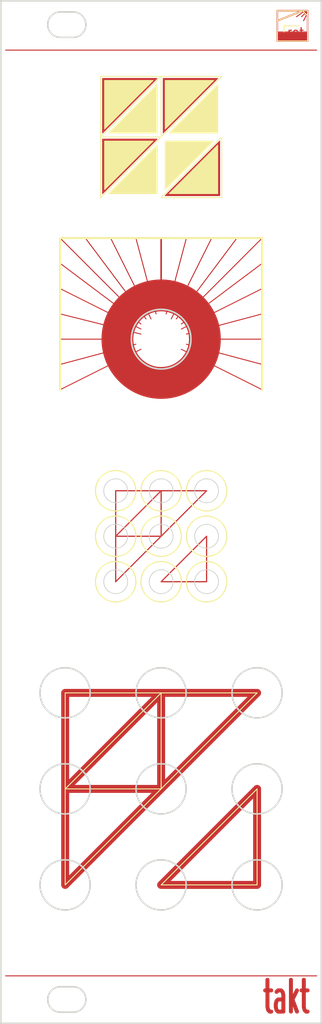
<source format=kicad_pcb>
(kicad_pcb (version 20171130) (host pcbnew "(5.1.2)-1")

  (general
    (thickness 1.6)
    (drawings 274)
    (tracks 0)
    (zones 0)
    (modules 0)
    (nets 1)
  )

  (page A4)
  (layers
    (0 F.Cu signal)
    (31 B.Cu signal)
    (32 B.Adhes user)
    (33 F.Adhes user)
    (34 B.Paste user)
    (35 F.Paste user)
    (36 B.SilkS user)
    (37 F.SilkS user)
    (38 B.Mask user hide)
    (39 F.Mask user)
    (40 Dwgs.User user)
    (41 Cmts.User user)
    (42 Eco1.User user)
    (43 Eco2.User user)
    (44 Edge.Cuts user)
    (45 Margin user)
    (46 B.CrtYd user)
    (47 F.CrtYd user)
    (48 B.Fab user)
    (49 F.Fab user)
  )

  (setup
    (last_trace_width 0.25)
    (trace_clearance 0.2)
    (zone_clearance 0.508)
    (zone_45_only no)
    (trace_min 0.2)
    (via_size 0.8)
    (via_drill 0.4)
    (via_min_size 0.4)
    (via_min_drill 0.3)
    (uvia_size 0.3)
    (uvia_drill 0.1)
    (uvias_allowed no)
    (uvia_min_size 0.2)
    (uvia_min_drill 0.1)
    (edge_width 0.05)
    (segment_width 0.2)
    (pcb_text_width 0.3)
    (pcb_text_size 1.5 1.5)
    (mod_edge_width 0.12)
    (mod_text_size 1 1)
    (mod_text_width 0.15)
    (pad_size 1.524 1.524)
    (pad_drill 0.762)
    (pad_to_mask_clearance 0.051)
    (solder_mask_min_width 0.25)
    (aux_axis_origin 0 0)
    (visible_elements 7FFFFFFF)
    (pcbplotparams
      (layerselection 0x010e0_7fffffff)
      (usegerberextensions false)
      (usegerberattributes false)
      (usegerberadvancedattributes false)
      (creategerberjobfile false)
      (excludeedgelayer true)
      (linewidth 0.100000)
      (plotframeref false)
      (viasonmask false)
      (mode 1)
      (useauxorigin false)
      (hpglpennumber 1)
      (hpglpenspeed 20)
      (hpglpendiameter 15.000000)
      (psnegative false)
      (psa4output false)
      (plotreference true)
      (plotvalue true)
      (plotinvisibletext false)
      (padsonsilk false)
      (subtractmaskfromsilk false)
      (outputformat 1)
      (mirror false)
      (drillshape 0)
      (scaleselection 1)
      (outputdirectory "grb/"))
  )

  (net 0 "")

  (net_class Default "This is the default net class."
    (clearance 0.2)
    (trace_width 0.25)
    (via_dia 0.8)
    (via_drill 0.4)
    (uvia_dia 0.3)
    (uvia_drill 0.1)
  )

  (gr_arc (start 127 120.015) (end 130.809999 126.999999) (angle -32.77908067) (layer F.Mask) (width 0.15))
  (gr_arc (start 127 120.015) (end 120.015001 123.824999) (angle -32.77908067) (layer F.Mask) (width 0.15))
  (gr_arc (start 127 120.015) (end 123.190001 113.030001) (angle -32.77908067) (layer F.Mask) (width 0.15))
  (gr_arc (start 127 120.015) (end 130.174999 126.364999) (angle -36.86989765) (layer F.Mask) (width 0.15))
  (gr_arc (start 127 120.015) (end 120.650001 123.189999) (angle -36.86989765) (layer F.Mask) (width 0.15))
  (gr_arc (start 127 120.015) (end 124.460001 113.665001) (angle -46.39718103) (layer F.Mask) (width 0.15))
  (gr_arc (start 127 120.015) (end 135.889999 114.300001) (angle -24.52954746) (layer F.Mask) (width 0.15))
  (gr_arc (start 127 120.015) (end 134.619999 114.935001) (angle -22.61986495) (layer F.Mask) (width 0.15))
  (gr_arc (start 127 120.015) (end 133.984999 116.205001) (angle -32.77908067) (layer F.Mask) (width 0.15))
  (gr_arc (start 127 120.015) (end 133.349999 117.475001) (angle -46.39718103) (layer F.Mask) (width 0.15))
  (gr_circle (center 114.935 120.015) (end 109.22 120.015) (layer F.Mask) (width 0.15))
  (gr_circle (center 114.935 120.015) (end 110.49 120.015) (layer F.Mask) (width 0.15))
  (gr_circle (center 114.935 132.08) (end 120.65 132.08) (layer F.Mask) (width 0.15))
  (gr_circle (center 114.935 132.08) (end 119.38 132.08) (layer F.Mask) (width 0.15))
  (gr_circle (center 127 132.08) (end 127 126.365) (layer F.Mask) (width 0.15))
  (gr_circle (center 127 132.08) (end 126.365 127.635) (layer F.Mask) (width 0.15))
  (gr_circle (center 139.065 132.08) (end 139.065 126.365) (layer F.Mask) (width 0.15))
  (gr_circle (center 139.065 132.08) (end 143.51 132.08) (layer F.Mask) (width 0.15))
  (gr_circle (center 127 120.015) (end 132.715 120.015) (layer F.Mask) (width 0.15))
  (gr_circle (center 127 120.015) (end 131.445 120.015) (layer F.Mask) (width 0.15))
  (gr_circle (center 114.935 107.95) (end 120.65 107.95) (layer F.Mask) (width 0.15))
  (gr_circle (center 114.935 107.95) (end 119.38 107.95) (layer F.Mask) (width 0.15))
  (gr_circle (center 127 107.95) (end 132.715 107.315) (layer F.Mask) (width 0.15))
  (gr_circle (center 127 107.95) (end 131.445 107.95) (layer F.Mask) (width 0.15))
  (gr_circle (center 139.065 107.95) (end 139.065 113.665) (layer F.Mask) (width 0.15))
  (gr_circle (center 139.065 107.95) (end 139.065 112.395) (layer F.Mask) (width 0.15))
  (gr_circle (center 139.065 120.015) (end 144.78 120.015) (layer F.Mask) (width 0.15))
  (gr_circle (center 139.065 120.015) (end 143.51 120.015) (layer F.Mask) (width 0.15))
  (gr_line (start 139.065 120.015) (end 127 132.08) (layer F.SilkS) (width 0.12) (tstamp 5CD346BD))
  (gr_line (start 139.065 132.08) (end 139.065 120.015) (layer F.SilkS) (width 0.12))
  (gr_line (start 127 132.08) (end 139.065 132.08) (layer F.SilkS) (width 0.12))
  (gr_line (start 114.935 120.015) (end 127 107.95) (layer F.SilkS) (width 0.12) (tstamp 5CD346AB))
  (gr_line (start 127 120.015) (end 114.935 120.015) (layer F.SilkS) (width 0.12))
  (gr_line (start 127 107.95) (end 127 120.015) (layer F.SilkS) (width 0.12))
  (gr_line (start 114.935 132.08) (end 139.065 107.95) (layer F.SilkS) (width 0.12) (tstamp 5CD346A1))
  (gr_line (start 114.935 107.95) (end 114.935 132.08) (layer F.SilkS) (width 0.12))
  (gr_line (start 139.065 107.95) (end 114.935 107.95) (layer F.SilkS) (width 0.12))
  (gr_circle (center 132.715 93.98) (end 135.255 93.98) (layer F.SilkS) (width 0.15) (tstamp 5CD34648))
  (gr_circle (center 127 93.98) (end 129.54 93.98) (layer F.SilkS) (width 0.15) (tstamp 5CD34648))
  (gr_circle (center 121.285 93.98) (end 123.825 93.98) (layer F.SilkS) (width 0.15) (tstamp 5CD34648))
  (gr_circle (center 121.285 88.265) (end 123.825 88.265) (layer F.SilkS) (width 0.15) (tstamp 5CD34648))
  (gr_circle (center 127 88.265) (end 129.54 88.265) (layer F.SilkS) (width 0.15) (tstamp 5CD34648))
  (gr_circle (center 132.715 88.265) (end 135.255 88.265) (layer F.SilkS) (width 0.15) (tstamp 5CD34648))
  (gr_circle (center 132.715 82.55) (end 135.255 82.55) (layer F.SilkS) (width 0.15) (tstamp 5CD34648))
  (gr_circle (center 127 82.55) (end 129.54 82.55) (layer F.SilkS) (width 0.15) (tstamp 5CD34648))
  (gr_arc (start 127 88.265) (end 121.920001 98.424999) (angle -53.13010235) (layer F.Mask) (width 0.15))
  (gr_arc (start 127 88.265) (end 123.190001 97.789999) (angle -43.60281897) (layer F.Mask) (width 0.15))
  (gr_arc (start 127 88.265) (end 116.840001 83.185001) (angle -53.13010235) (layer F.Mask) (width 0.15))
  (gr_arc (start 127 88.265) (end 117.475001 84.455001) (angle -43.60281897) (layer F.Mask) (width 0.15))
  (gr_arc (start 127 88.265) (end 132.079999 78.105001) (angle -53.13010235) (layer F.Mask) (width 0.15))
  (gr_arc (start 127 88.265) (end 130.809999 78.740001) (angle -43.60281897) (layer F.Mask) (width 0.15))
  (gr_arc (start 127 93.98) (end 125.730001 97.154999) (angle -43.60281897) (layer F.Mask) (width 0.15))
  (gr_arc (start 127 93.98) (end 124.460001 97.154999) (angle -77.31961651) (layer F.Mask) (width 0.15))
  (gr_arc (start 121.285 93.98) (end 118.110001 92.710001) (angle -133.602819) (layer F.Mask) (width 0.15))
  (gr_arc (start 121.285 93.98) (end 118.110001 91.440001) (angle -167.3196165) (layer F.Mask) (width 0.15))
  (gr_arc (start 121.285 88.265) (end 118.110001 86.995001) (angle -43.60281897) (layer F.Mask) (width 0.15))
  (gr_arc (start 121.285 88.265) (end 118.110001 85.725001) (angle -77.31961651) (layer F.Mask) (width 0.15))
  (gr_arc (start 121.285 82.55) (end 122.554999 79.375001) (angle -133.602819) (layer F.Mask) (width 0.15))
  (gr_arc (start 121.285 82.55) (end 123.824999 79.375001) (angle -167.3196165) (layer F.Mask) (width 0.15))
  (gr_arc (start 127 82.55) (end 128.269999 79.375001) (angle -43.60281897) (layer F.Mask) (width 0.15))
  (gr_arc (start 127 82.55) (end 129.539999 79.375001) (angle -77.31961651) (layer F.Mask) (width 0.15))
  (gr_arc (start 127 88.265) (end 137.159999 93.344999) (angle -53.13010235) (layer F.Mask) (width 0.15))
  (gr_arc (start 127 88.265) (end 136.524999 92.074999) (angle -43.60281897) (layer F.Mask) (width 0.15))
  (gr_arc (start 132.715 82.55) (end 135.889999 83.819999) (angle -133.602819) (layer F.Mask) (width 0.15))
  (gr_arc (start 132.715 82.55) (end 135.889999 85.089999) (angle -167.3196165) (layer F.Mask) (width 0.15))
  (gr_arc (start 132.715 88.265) (end 135.889999 89.534999) (angle -43.60281897) (layer F.Mask) (width 0.15))
  (gr_arc (start 132.715 88.265) (end 135.889999 90.804999) (angle -77.31961651) (layer F.Mask) (width 0.15))
  (gr_arc (start 132.715 93.98) (end 130.175001 97.154999) (angle -167.3196165) (layer F.Mask) (width 0.15))
  (gr_arc (start 132.715 93.98) (end 131.445001 97.154999) (angle -133.602819) (layer F.Mask) (width 0.15))
  (gr_arc (start 121.285 93.98) (end 118.745 93.98) (angle -90) (layer F.Mask) (width 0.15))
  (gr_arc (start 132.715 93.98) (end 132.715 96.52) (angle -90) (layer F.Mask) (width 0.15))
  (gr_arc (start 132.715 82.55) (end 135.255 82.55) (angle -90) (layer F.Mask) (width 0.15))
  (gr_arc (start 121.285 82.55) (end 121.285 80.01) (angle -90) (layer F.Mask) (width 0.15))
  (gr_circle (center 121.285 82.55) (end 123.825 82.55) (layer F.SilkS) (width 0.15) (tstamp 5CD342AB))
  (gr_line (start 118.745 82.55) (end 118.745 93.98) (layer F.Mask) (width 0.15))
  (gr_line (start 132.715 80.01) (end 121.285 80.01) (layer F.Mask) (width 0.15) (tstamp 5CD3418F))
  (gr_line (start 135.255 93.98) (end 135.255 82.55) (layer F.Mask) (width 0.15) (tstamp 5CD3418B))
  (gr_line (start 121.285 96.52) (end 132.715 96.52) (layer F.Mask) (width 0.15) (tstamp 5CD34188))
  (gr_line (start 114.338219 25.58) (end 115.950999 25.581999) (layer Edge.Cuts) (width 0.2) (tstamp 5CD33F43))
  (gr_arc (start 115.938219 23.98) (end 115.950999 25.581999) (angle -179.5) (layer Edge.Cuts) (width 0.2) (tstamp 5CD33F13))
  (gr_line (start 114.338219 22.38) (end 115.938219 22.3816) (layer Edge.Cuts) (width 0.2) (tstamp 5CD33F12))
  (gr_arc (start 114.338219 23.98) (end 114.338219 22.38) (angle -180) (layer Edge.Cuts) (width 0.2) (tstamp 5CD33F10))
  (gr_arc (start 115.938219 146.48) (end 115.950999 148.081999) (angle -179.5) (layer Edge.Cuts) (width 0.2))
  (gr_line (start 114.338219 144.88) (end 115.938219 144.8816) (layer Edge.Cuts) (width 0.2))
  (gr_line (start 114.338219 148.08) (end 115.951 148.082) (layer Edge.Cuts) (width 0.2))
  (gr_arc (start 114.338219 146.48) (end 114.338219 144.88) (angle -180) (layer Edge.Cuts) (width 0.2))
  (gr_line (start 107.442 143.51) (end 146.558 143.51) (layer F.Cu) (width 0.12) (tstamp 5CD290E2))
  (gr_line (start 107.442 143.51) (end 146.558 143.51) (layer F.Mask) (width 0.12) (tstamp 5CD290E1))
  (gr_line (start 107.442 27.178) (end 146.558 27.178) (layer F.Mask) (width 0.12) (tstamp 5CD290D5))
  (gr_line (start 107.442 27.178) (end 146.558 27.178) (layer F.Cu) (width 0.12))
  (gr_poly (pts (xy 134.112 38.354) (xy 127.254 38.354) (xy 127.254 45.212)) (layer F.Mask) (width 0.1) (tstamp 5CD2905F))
  (gr_poly (pts (xy 127.508 37.846) (xy 134.366 37.846) (xy 134.366 30.988)) (layer F.Mask) (width 0.1) (tstamp 5CD2905F))
  (gr_poly (pts (xy 119.888 45.466) (xy 126.746 45.466) (xy 126.746 38.608)) (layer F.Mask) (width 0.1) (tstamp 5CD2905F))
  (gr_poly (pts (xy 134.112 37.592) (xy 134.112 31.496) (xy 128.016 37.592)) (layer F.SilkS) (width 0.1) (tstamp 5CD28F9E))
  (gr_poly (pts (xy 126.492 45.212) (xy 126.492 39.116) (xy 120.396 45.212)) (layer F.SilkS) (width 0.1) (tstamp 5CD28F9E))
  (gr_poly (pts (xy 127.508 38.608) (xy 127.508 44.704) (xy 133.604 38.608)) (layer F.SilkS) (width 0.1) (tstamp 5CD28F9E))
  (gr_poly (pts (xy 134.112 45.212) (xy 134.112 39.116) (xy 128.016 45.212)) (layer F.SilkS) (width 0.1) (tstamp 5CD28F9E))
  (gr_poly (pts (xy 126.492 37.592) (xy 126.492 31.496) (xy 120.396 37.592)) (layer F.SilkS) (width 0.1) (tstamp 5CD28F9E))
  (gr_poly (pts (xy 119.888 38.608) (xy 119.888 44.704) (xy 125.984 38.608)) (layer F.SilkS) (width 0.1) (tstamp 5CD28F9E))
  (gr_poly (pts (xy 119.888 30.988) (xy 119.888 37.084) (xy 125.984 30.988)) (layer F.SilkS) (width 0.1) (tstamp 5CD28F9E))
  (gr_poly (pts (xy 127.508 30.988) (xy 127.508 37.084) (xy 133.604 30.988)) (layer F.SilkS) (width 0.1))
  (gr_poly (pts (xy 134.366 45.466) (xy 134.366 38.608) (xy 127.508 45.466)) (layer F.Cu) (width 0.1) (tstamp 5CD28DFF))
  (gr_poly (pts (xy 127.254 30.734) (xy 127.254 37.592) (xy 134.112 30.734)) (layer F.Mask) (width 0.1) (tstamp 5CD28DFF))
  (gr_poly (pts (xy 119.634 30.734) (xy 119.634 37.592) (xy 126.492 30.734)) (layer F.Mask) (width 0.1) (tstamp 5CD28DFF))
  (gr_poly (pts (xy 119.634 38.354) (xy 119.634 45.212) (xy 126.492 38.354)) (layer F.Mask) (width 0.1) (tstamp 5CD28DFF))
  (gr_poly (pts (xy 134.366 38.608) (xy 134.366 45.466) (xy 127.508 45.466)) (layer F.Mask) (width 0.1))
  (gr_poly (pts (xy 127.254 37.592) (xy 127.254 30.734) (xy 134.112 30.734)) (layer F.Cu) (width 0.1))
  (gr_poly (pts (xy 119.634 38.354) (xy 119.634 45.212) (xy 126.492 38.354)) (layer F.Cu) (width 0.1))
  (gr_poly (pts (xy 119.888 37.846) (xy 126.746 37.846) (xy 126.746 30.988)) (layer F.Mask) (width 0.1))
  (gr_poly (pts (xy 119.634 37.592) (xy 126.492 30.734) (xy 119.634 30.734)) (layer F.Cu) (width 0.1))
  (gr_line (start 127 30.48) (end 127 38.1) (layer F.SilkS) (width 0.12) (tstamp 5CD28D2A))
  (gr_line (start 119.38 38.1) (end 127 30.48) (layer F.SilkS) (width 0.12))
  (gr_line (start 127 38.1) (end 119.38 38.1) (layer F.SilkS) (width 0.12))
  (gr_line (start 134.62 30.48) (end 119.38 45.72) (layer F.SilkS) (width 0.12) (tstamp 5CD28D1B))
  (gr_line (start 119.38 30.48) (end 134.62 30.48) (layer F.SilkS) (width 0.12))
  (gr_line (start 119.38 45.72) (end 119.38 30.48) (layer F.SilkS) (width 0.12))
  (gr_line (start 134.62 38.1) (end 127 45.72) (layer F.SilkS) (width 0.12) (tstamp 5CD28CF6))
  (gr_line (start 134.62 45.72) (end 134.62 38.1) (layer F.SilkS) (width 0.12))
  (gr_line (start 127 45.72) (end 134.62 45.72) (layer F.SilkS) (width 0.12))
  (gr_text takt (at 142.6845 146.1135) (layer F.Mask) (tstamp 5CD2099C)
    (effects (font (size 4 2) (thickness 0.3)))
  )
  (gr_text takt (at 142.748 146.177) (layer F.Cu)
    (effects (font (size 4 2) (thickness 0.5)))
  )
  (gr_line (start 142.367 25.654) (end 142.4305 24.892) (layer F.Mask) (width 0.12))
  (gr_text rot (at 143.891 24.892) (layer F.Mask) (tstamp 5CD2096E)
    (effects (font (size 1 1) (thickness 0.15)))
  )
  (gr_line (start 142.621 24.13) (end 144.399 24.13) (layer F.SilkS) (width 0.12) (tstamp 5CD20911))
  (gr_line (start 142.494 24.003) (end 142.4305 24.892) (layer F.SilkS) (width 0.12) (tstamp 5CD20910))
  (gr_line (start 142.494 24.003) (end 142.621 24.13) (layer F.SilkS) (width 0.12) (tstamp 5CD2090F))
  (gr_line (start 142.367 25.654) (end 142.24 25.273) (layer F.Mask) (width 0.12) (tstamp 5CD2090E))
  (gr_line (start 142.24 25.273) (end 142.113 25.4) (layer F.Mask) (width 0.12) (tstamp 5CD2090D))
  (gr_line (start 144.78 22.225) (end 141.605 23.495) (layer F.SilkS) (width 0.12) (tstamp 5CD208DF))
  (gr_line (start 145.415 26.035) (end 145.415 22.225) (layer F.Mask) (width 0.2) (tstamp 5CD208DC))
  (gr_line (start 141.605 26.035) (end 141.605 22.225) (layer F.Mask) (width 0.2) (tstamp 5CD208CB))
  (gr_line (start 141.605 26.035) (end 145.415 26.035) (layer F.Mask) (width 0.2) (tstamp 5CD208CB))
  (gr_line (start 141.605 22.225) (end 145.415 22.225) (layer F.Mask) (width 0.2) (tstamp 5CD208CB))
  (gr_line (start 141.605 26.035) (end 145.415 26.035) (layer F.Cu) (width 0.2) (tstamp 5CD208CB))
  (gr_line (start 145.415 22.225) (end 145.415 26.035) (layer F.Cu) (width 0.2) (tstamp 5CD208C4))
  (gr_line (start 141.605 22.225) (end 145.415 22.225) (layer F.Cu) (width 0.2) (tstamp 5CD208BB))
  (gr_line (start 141.605 22.225) (end 141.605 26.035) (layer F.Cu) (width 0.2))
  (gr_poly (pts (xy 145.415 24.892) (xy 141.605 24.892) (xy 141.605 26.035) (xy 145.415 26.035)) (layer F.Cu) (width 0.1))
  (gr_line (start 145.288 22.733) (end 144.907 23.495) (layer F.Cu) (width 0.12))
  (gr_line (start 144.907 22.352) (end 144.018 22.987) (layer F.Cu) (width 0.12))
  (gr_line (start 145.034 22.606) (end 144.653 22.987) (layer F.Cu) (width 0.12))
  (gr_poly (pts (xy 145.415 22.86) (xy 145.415 22.225) (xy 144.78 22.225)) (layer F.Cu) (width 0.2))
  (gr_poly (pts (xy 145.415 24.765) (xy 145.415 22.86) (xy 144.78 22.225) (xy 141.605 23.495) (xy 141.605 24.765)) (layer F.Mask) (width 0.2))
  (gr_poly (pts (xy 145.415 22.86) (xy 145.415 22.225) (xy 144.78 22.225)) (layer F.Mask) (width 0.2))
  (gr_poly (pts (xy 106.934 21.082) (xy 147.066 21.082) (xy 147.066 149.352) (xy 106.934 149.352)) (layer B.Mask) (width 0.1))
  (gr_line (start 114.935 132.08) (end 139.065 107.95) (layer F.Mask) (width 0.8) (tstamp 5CD20803))
  (gr_line (start 127 132.08) (end 139.065 120.015) (layer F.Mask) (width 0.8) (tstamp 5CD20802))
  (gr_line (start 127 107.95) (end 127 120.015) (layer F.Mask) (width 0.8) (tstamp 5CD20801))
  (gr_line (start 139.065 120.015) (end 139.065 132.08) (layer F.Mask) (width 0.8) (tstamp 5CD20800))
  (gr_line (start 139.065 107.95) (end 114.935 107.95) (layer F.Mask) (width 0.8) (tstamp 5CD207FF))
  (gr_line (start 127 120.015) (end 114.935 120.015) (layer F.Mask) (width 0.8) (tstamp 5CD207FE))
  (gr_line (start 114.935 107.95) (end 114.935 132.08) (layer F.Mask) (width 0.8) (tstamp 5CD207FD))
  (gr_line (start 114.935 120.015) (end 127 107.95) (layer F.Mask) (width 0.8) (tstamp 5CD207FC))
  (gr_line (start 139.065 132.08) (end 127 132.08) (layer F.Mask) (width 0.8) (tstamp 5CD207FB))
  (gr_line (start 139.065 120.015) (end 139.065 132.08) (layer F.Cu) (width 1) (tstamp 5CD207CF))
  (gr_line (start 127 132.08) (end 139.065 120.015) (layer F.Cu) (width 1))
  (gr_line (start 139.065 132.08) (end 127 132.08) (layer F.Cu) (width 1))
  (gr_line (start 127 107.95) (end 127 120.015) (layer F.Cu) (width 1) (tstamp 5CD207CE))
  (gr_line (start 114.935 120.015) (end 127 107.95) (layer F.Cu) (width 1))
  (gr_line (start 127 120.015) (end 114.935 120.015) (layer F.Cu) (width 1))
  (gr_line (start 114.935 132.08) (end 139.065 107.95) (layer F.Cu) (width 1) (tstamp 5CD207CD))
  (gr_line (start 114.935 107.95) (end 114.935 132.08) (layer F.Cu) (width 1))
  (gr_line (start 139.065 107.95) (end 114.935 107.95) (layer F.Cu) (width 1))
  (gr_text rot (at 143.891 24.892) (layer F.Cu)
    (effects (font (size 1 1) (thickness 0.15)))
  )
  (gr_line (start 144.78 22.225) (end 141.605 23.495) (layer F.Cu) (width 0.2))
  (gr_line (start 145.415 22.86) (end 144.78 22.225) (layer F.SilkS) (width 0.12))
  (gr_line (start 141.605 26.035) (end 145.415 26.035) (layer F.SilkS) (width 0.12) (tstamp 5CD207AC))
  (gr_line (start 141.605 22.225) (end 145.415 22.225) (layer F.SilkS) (width 0.12) (tstamp 5CD207AB))
  (gr_line (start 145.415 26.035) (end 145.415 22.225) (layer F.SilkS) (width 0.12))
  (gr_line (start 141.605 22.225) (end 141.605 26.035) (layer F.SilkS) (width 0.12))
  (gr_line (start 127 88.265) (end 121.285 88.265) (layer F.Cu) (width 0.15) (tstamp 5CD206E4))
  (gr_line (start 132.715 82.55) (end 121.285 82.55) (layer F.Cu) (width 0.15) (tstamp 5CD206E3))
  (gr_line (start 121.285 88.265) (end 127 82.55) (layer F.Cu) (width 0.15) (tstamp 5CD206E2))
  (gr_line (start 121.285 93.98) (end 132.715 82.55) (layer F.Cu) (width 0.15) (tstamp 5CD206DE))
  (gr_line (start 127 93.98) (end 132.715 93.98) (layer F.Cu) (width 0.15) (tstamp 5CD206DD))
  (gr_line (start 121.285 82.55) (end 121.285 93.98) (layer F.Cu) (width 0.15) (tstamp 5CD206DC))
  (gr_line (start 132.715 88.265) (end 127 93.98) (layer F.Cu) (width 0.15) (tstamp 5CD206DA))
  (gr_line (start 132.715 93.98) (end 132.715 88.265) (layer F.Cu) (width 0.15) (tstamp 5CD206D9))
  (gr_line (start 127 82.55) (end 127 88.265) (layer F.Cu) (width 0.15) (tstamp 5CD206D8))
  (gr_text 63 (at 113.03 60.325) (layer F.Mask) (tstamp 5CD206BD)
    (effects (font (size 1 1) (thickness 0.15)))
  )
  (gr_text 217 (at 141.605 60.325) (layer F.Mask) (tstamp 5CD206BD)
    (effects (font (size 1 1) (thickness 0.15)))
  )
  (gr_text 184 (at 140.97 49.53) (layer F.Mask) (tstamp 5CD206A6)
    (effects (font (size 1 1) (thickness 0.15)))
  )
  (gr_text 96 (at 113.03 49.53) (layer F.Mask) (tstamp 5CD206A6)
    (effects (font (size 1 1) (thickness 0.15)))
  )
  (gr_text 140 (at 127 49.53) (layer F.Mask) (tstamp 5CD206A6)
    (effects (font (size 1 1) (thickness 0.15)))
  )
  (gr_text 250 (at 141.605 69.85) (layer F.Mask) (tstamp 5CD206A6)
    (effects (font (size 1 1) (thickness 0.15)))
  )
  (gr_text 30 (at 113.03 69.85) (layer F.Mask)
    (effects (font (size 1 1) (thickness 0.15)))
  )
  (gr_circle (center 127 63.5) (end 132.5 63.5) (layer F.Mask) (width 4) (tstamp 5CD2069B))
  (gr_line (start 130.175 64.135) (end 139.7 66.675) (layer F.Mask) (width 0.12))
  (gr_circle (center 127 63.5) (end 132.5 63.5) (layer F.Cu) (width 4) (tstamp 5CD205F4))
  (gr_line (start 130.175 50.8) (end 127.635 60.325) (layer F.Mask) (width 0.12) (tstamp 5CD20609))
  (gr_line (start 114.3 69.85) (end 124.46 64.77) (layer F.Mask) (width 0.12) (tstamp 5CD20608))
  (gr_line (start 114.3 66.675) (end 123.825 64.135) (layer F.Mask) (width 0.12) (tstamp 5CD20607))
  (gr_line (start 114.3 60.325) (end 124.46 62.865) (layer F.Mask) (width 0.12) (tstamp 5CD20606))
  (gr_line (start 114.3 53.975) (end 124.46 61.595) (layer F.Mask) (width 0.12) (tstamp 5CD20605))
  (gr_line (start 114.3 50.8) (end 124.46 60.96) (layer F.Mask) (width 0.12) (tstamp 5CD20604))
  (gr_line (start 114.3 63.5) (end 123.19 63.5) (layer F.Mask) (width 0.12) (tstamp 5CD20603))
  (gr_line (start 117.475 50.8) (end 125.095 60.96) (layer F.Mask) (width 0.12) (tstamp 5CD20602))
  (gr_line (start 114.3 57.15) (end 124.46 62.23) (layer F.Mask) (width 0.12) (tstamp 5CD20601))
  (gr_line (start 120.65 50.8) (end 125.73 60.96) (layer F.Mask) (width 0.12) (tstamp 5CD205FF))
  (gr_line (start 123.825 50.8) (end 126.365 60.325) (layer F.Mask) (width 0.12) (tstamp 5CD205FE))
  (gr_line (start 139.7 60.325) (end 130.175 62.865) (layer F.Mask) (width 0.12) (tstamp 5CD205FD))
  (gr_line (start 139.7 53.975) (end 129.54 61.595) (layer F.Mask) (width 0.12) (tstamp 5CD205FC))
  (gr_line (start 129.54 60.96) (end 139.7 50.8) (layer F.Mask) (width 0.12) (tstamp 5CD205FB))
  (gr_line (start 133.35 50.8) (end 128.27 60.96) (layer F.Mask) (width 0.12) (tstamp 5CD205FA))
  (gr_line (start 127 59.69) (end 127 50.8) (layer F.Mask) (width 0.2) (tstamp 5CD205F9))
  (gr_line (start 139.7 57.15) (end 129.54 62.23) (layer F.Mask) (width 0.12) (tstamp 5CD205F8))
  (gr_line (start 136.525 50.8) (end 128.905 60.96) (layer F.Mask) (width 0.12) (tstamp 5CD205F7))
  (gr_line (start 130.81 63.5) (end 139.7 63.5) (layer F.Mask) (width 0.12) (tstamp 5CD205F6))
  (gr_line (start 139.7 69.85) (end 129.54 64.77) (layer F.Mask) (width 0.12) (tstamp 5CD205F5))
  (gr_line (start 139.7 50.8) (end 139.7 69.85) (layer F.SilkS) (width 0.25))
  (gr_line (start 114.3 50.8) (end 139.7 50.8) (layer F.SilkS) (width 0.25))
  (gr_line (start 114.3 69.85) (end 114.3 50.8) (layer F.SilkS) (width 0.25))
  (gr_line (start 114.3 66.675) (end 123.825 64.135) (layer F.Cu) (width 0.12))
  (gr_line (start 114.3 60.325) (end 124.46 62.865) (layer F.Cu) (width 0.12))
  (gr_line (start 114.3 53.975) (end 124.46 61.595) (layer F.Cu) (width 0.12))
  (gr_line (start 117.475 50.8) (end 125.095 60.96) (layer F.Cu) (width 0.12))
  (gr_line (start 123.825 50.8) (end 126.365 60.325) (layer F.Cu) (width 0.12))
  (gr_line (start 120.65 50.8) (end 125.73 60.96) (layer F.Cu) (width 0.12))
  (gr_line (start 114.3 50.8) (end 124.46 60.96) (layer F.Cu) (width 0.12))
  (gr_line (start 114.3 57.15) (end 124.46 62.23) (layer F.Cu) (width 0.12))
  (gr_line (start 114.3 63.5) (end 123.19 63.5) (layer F.Cu) (width 0.12))
  (gr_line (start 114.3 69.85) (end 124.46 64.77) (layer F.Cu) (width 0.12))
  (gr_line (start 139.7 66.675) (end 130.175 64.135) (layer F.Cu) (width 0.12))
  (gr_line (start 139.7 60.325) (end 130.175 62.865) (layer F.Cu) (width 0.12))
  (gr_line (start 130.175 50.8) (end 127.635 60.325) (layer F.Cu) (width 0.12))
  (gr_line (start 136.525 50.8) (end 128.905 60.96) (layer F.Cu) (width 0.12))
  (gr_line (start 139.7 53.975) (end 129.54 61.595) (layer F.Cu) (width 0.12))
  (gr_line (start 139.7 69.85) (end 129.54 64.77) (layer F.Cu) (width 0.12))
  (gr_line (start 133.35 50.8) (end 128.27 60.96) (layer F.Cu) (width 0.12))
  (gr_line (start 139.7 57.15) (end 129.54 62.23) (layer F.Cu) (width 0.12))
  (gr_line (start 129.54 60.96) (end 139.7 50.8) (layer F.Cu) (width 0.12))
  (gr_line (start 130.81 63.5) (end 139.7 63.5) (layer F.Cu) (width 0.12))
  (gr_line (start 127 59.69) (end 127 50.8) (layer F.Cu) (width 0.2))
  (gr_line (start 132.715 88.265) (end 127 93.98) (layer F.Mask) (width 0.15) (tstamp 5CD20543))
  (gr_line (start 132.715 93.98) (end 132.715 88.265) (layer F.Mask) (width 0.15))
  (gr_line (start 127 93.98) (end 132.715 93.98) (layer F.Mask) (width 0.15))
  (gr_line (start 127 82.55) (end 127 88.265) (layer F.Mask) (width 0.15) (tstamp 5CD20542))
  (gr_line (start 121.285 88.265) (end 127 82.55) (layer F.Mask) (width 0.15))
  (gr_line (start 127 88.265) (end 121.285 88.265) (layer F.Mask) (width 0.15))
  (gr_line (start 121.285 82.55) (end 121.285 93.98) (layer F.Mask) (width 0.15) (tstamp 5CD20541))
  (gr_line (start 132.715 82.55) (end 121.285 82.55) (layer F.Mask) (width 0.15))
  (gr_line (start 121.285 93.98) (end 132.715 82.55) (layer F.Mask) (width 0.15))
  (gr_text "1    \n    32" (at 121.285 93.98) (layer F.Mask) (tstamp 5CD20524)
    (effects (font (size 1 1) (thickness 0.25)))
  )
  (gr_text "1    \n    5" (at 127 93.98) (layer F.Mask) (tstamp 5CD20524)
    (effects (font (size 1 1) (thickness 0.25)))
  )
  (gr_text "1    \n    9" (at 132.715 93.98) (layer F.Mask) (tstamp 5CD20524)
    (effects (font (size 1 1) (thickness 0.25)))
  )
  (gr_text "1    \n    3" (at 132.715 88.265) (layer F.Mask) (tstamp 5CD20524)
    (effects (font (size 1 1) (thickness 0.25)))
  )
  (gr_text "1    \n    16" (at 127 88.265) (layer F.Mask) (tstamp 5CD20524)
    (effects (font (size 1 1) (thickness 0.25)))
  )
  (gr_text "1    \n    8" (at 121.285 88.265) (layer F.Mask) (tstamp 5CD20524)
    (effects (font (size 1 1) (thickness 0.25)))
  )
  (gr_text "1    \n    4" (at 132.715 82.55) (layer F.Mask) (tstamp 5CD2050C)
    (effects (font (size 1 1) (thickness 0.25)))
  )
  (gr_text "2    \n    4" (at 127 82.55) (layer F.Mask) (tstamp 5CD2050C)
    (effects (font (size 1 1) (thickness 0.25)))
  )
  (gr_circle (center 132.715 82.55) (end 134.215 82.55) (layer Edge.Cuts) (width 0.1) (tstamp 5CD204E0))
  (gr_circle (center 121.285 93.98) (end 122.785 93.98) (layer Edge.Cuts) (width 0.1) (tstamp 5CD204DF))
  (gr_circle (center 121.285 82.55) (end 122.785 82.55) (layer Edge.Cuts) (width 0.1) (tstamp 5CD204DE))
  (gr_circle (center 127 93.98) (end 128.5 93.98) (layer Edge.Cuts) (width 0.1) (tstamp 5CD204DD))
  (gr_circle (center 132.715 88.265) (end 134.215 88.265) (layer Edge.Cuts) (width 0.1) (tstamp 5CD204DC))
  (gr_circle (center 121.285 88.265) (end 122.785 88.265) (layer Edge.Cuts) (width 0.1) (tstamp 5CD204DB))
  (gr_circle (center 127 82.55) (end 128.5 82.55) (layer Edge.Cuts) (width 0.1) (tstamp 5CD204DA))
  (gr_circle (center 127 88.265) (end 128.5 88.265) (layer Edge.Cuts) (width 0.1) (tstamp 5CD204D9))
  (gr_circle (center 132.715 93.98) (end 134.215 93.98) (layer Edge.Cuts) (width 0.1) (tstamp 5CD204D8))
  (gr_text "4    \n    4" (at 121.285 82.55) (layer F.Mask)
    (effects (font (size 1 1) (thickness 0.25)))
  )
  (gr_line (start 147.138219 149.48) (end 106.838219 149.48) (layer Edge.Cuts) (width 0.2) (tstamp 5CD201E2))
  (gr_line (start 147.138219 20.98) (end 147.138219 149.48) (layer Edge.Cuts) (width 0.2) (tstamp 5CD201E1))
  (gr_line (start 106.838219 20.98) (end 147.138219 20.98) (layer Edge.Cuts) (width 0.2) (tstamp 5CD201E0))
  (gr_circle (center 114.92 107.940001) (end 118.07 107.940001) (layer Edge.Cuts) (width 0.2) (tstamp 5CD201DF))
  (gr_circle (center 139.06 132.08) (end 142.21 132.08) (layer Edge.Cuts) (width 0.2) (tstamp 5CD201DE))
  (gr_circle (center 126.99 107.940001) (end 130.14 107.940001) (layer Edge.Cuts) (width 0.2) (tstamp 5CD201DD))
  (gr_line (start 106.838219 149.48) (end 106.838219 20.98) (layer Edge.Cuts) (width 0.2) (tstamp 5CD201DA))
  (gr_circle (center 139.06 107.940001) (end 142.21 107.940001) (layer Edge.Cuts) (width 0.2) (tstamp 5CD201D9))
  (gr_circle (center 127 63.5) (end 130.75 63.5) (layer Edge.Cuts) (width 0.2) (tstamp 5CD201D8))
  (gr_circle (center 114.92 132.08) (end 118.07 132.08) (layer Edge.Cuts) (width 0.2) (tstamp 5CD201D7))
  (gr_circle (center 126.99 132.08) (end 130.14 132.08) (layer Edge.Cuts) (width 0.2) (tstamp 5CD201D6))
  (gr_circle (center 126.99 120.01) (end 130.14 120.01) (layer Edge.Cuts) (width 0.2) (tstamp 5CD201D5))
  (gr_circle (center 139.06 120.01) (end 142.21 120.01) (layer Edge.Cuts) (width 0.2) (tstamp 5CD201D4))
  (gr_circle (center 114.92 120.01) (end 118.07 120.01) (layer Edge.Cuts) (width 0.2) (tstamp 5CD201D3))

)

</source>
